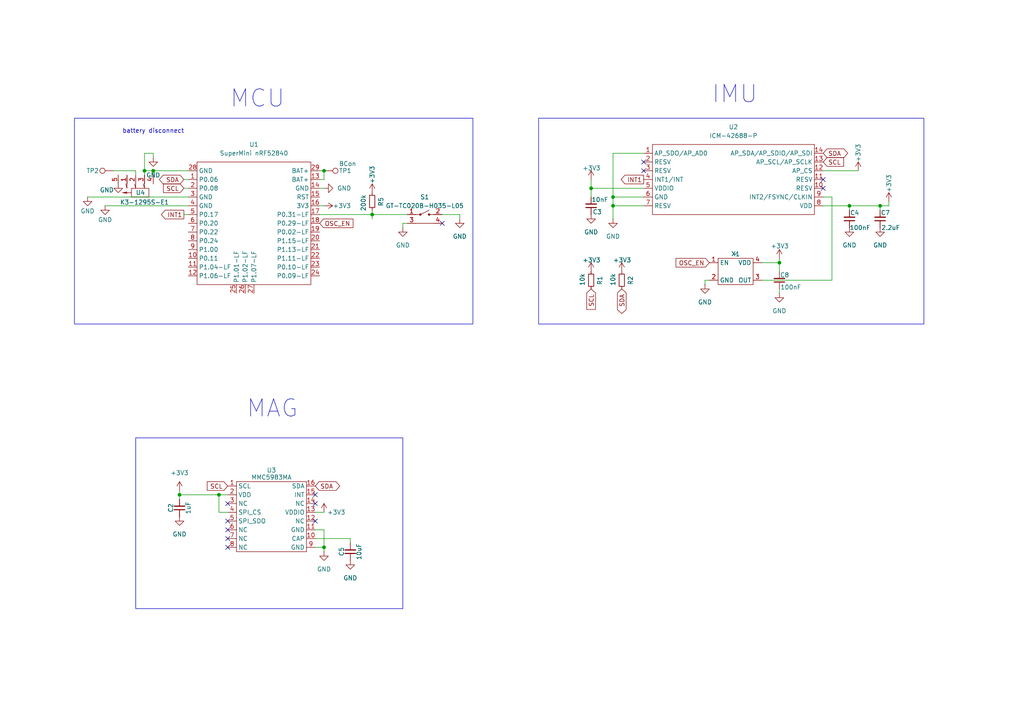
<source format=kicad_sch>
(kicad_sch (version 20231120) (generator "eeschema") (generator_version "8.0")
  (paper "A4")
  (title_block (title "Fuimini ICM") (company "Macroplastics"))
  (lib_symbols
    (symbol "Connector:TestPoint" (pin_numbers hide) (pin_names (offset 0.762) hide)
      (property "Reference" "TP" (at 0 6.858 0))
      (property "Value" "TestPoint" (at 0 5.08 0))
      (symbol "TestPoint_0_1"
        (circle (center 0 3.302) (radius 0.762))
      )
      (symbol "TestPoint_1_1"
        (pin passive line (at 0 0 90) (length 2.54) (name "1") (number "1"))
      )
    )
    (symbol "LSM6DSV Symbols:C_Small" (pin_numbers hide) (pin_names (offset 0.254) hide)
      (property "Reference" "C" (at 0.254 1.778 0))
      (property "Value" "C_Small" (at 0.254 -2.032 0))
      (symbol "C_Small_0_1"
        (polyline (pts (xy -1.524 -0.508) (xy 1.524 -0.508)) (stroke (width 0.3302)))
        (polyline (pts (xy -1.524 0.508) (xy 1.524 0.508)) (stroke (width 0.3048)))
      )
      (symbol "C_Small_1_1"
        (pin passive line (at 0 2.54 270) (length 2.032) (name "~") (number "1"))
        (pin passive line (at 0 -2.54 90) (length 2.032) (name "~") (number "2"))
      )
    )
    (symbol "LSM6DSV Symbols:R_Small" (pin_numbers hide) (pin_names (offset 0.254) hide)
      (property "Reference" "R" (at 0.762 0.508 0))
      (property "Value" "R_Small" (at 0.762 -1.016 0))
      (symbol "R_Small_0_1"
        (rectangle (start -0.762 1.778) (end 0.762 -1.778) (stroke (width 0.2032)))
      )
      (symbol "R_Small_1_1"
        (pin passive line (at 0 2.54 270) (length 0.762) (name "~") (number "1"))
        (pin passive line (at 0 -2.54 90) (length 0.762) (name "~") (number "2"))
      )
    )
    (symbol "button_custom:GT-TC020B-H035-L05"
      (property "Reference" "S" (at 0 0 0))
      (symbol "GT-TC020B-H035-L05_0_1"
        (polyline (pts (xy -2.54 -1.27) (xy 2.54 -1.27)))
        (polyline (pts (xy -2.54 1.27) (xy -2.54 1.27)))
        (polyline (pts (xy -2.54 1.27) (xy -1.27 1.27)))
        (polyline (pts (xy -1.27 1.27) (xy 1.27 2.54)))
        (polyline (pts (xy 2.54 1.27) (xy 1.27 1.27)))
      )
      (symbol "GT-TC020B-H035-L05_1_1"
        (circle (center -1.27 1.27) (radius 0.2563) (fill (type outline)))
        (circle (center 1.27 1.27) (radius 0.2563) (fill (type outline)))
        (pin bidirectional line (at -5.08 1.27 0) (length 2.54) (name "") (number "1"))
        (pin bidirectional line (at 5.08 1.27 180) (length 2.54) (name "") (number "2"))
        (pin passive line (at -5.08 -1.27 0) (length 2.54) (name "") (number "3"))
        (pin passive line (at 5.08 -1.27 180) (length 2.54) (name "") (number "4"))
      )
    )
    (symbol "button_custom:K3-1295S-E1"
      (property "Reference" "U" (at 0 9.398 0))
      (symbol "K3-1295S-E1_0_1"
        (rectangle (start -1.27 0) (end 3.81 -2.54))
        (polyline (pts (xy -3.81 -1.27) (xy -2.5189 -1.4948)))
        (polyline (pts (xy -2.54 1.27) (xy -2.54 0) (xy -2.8772 1.2812)))
        (polyline (pts (xy -1.27 -1.27) (xy -3.81 -1.27) (xy -2.5287 -1.0455)))
        (polyline (pts (xy 0 1.27) (xy 0 0) (xy -0.3481 1.2475)))
        (polyline (pts (xy 2.54 1.27) (xy 2.54 0) (xy 2.1809 1.2587)))
      )
      (symbol "K3-1295S-E1_1_1"
        (pin input line (at -2.54 3.81 270) (length 2.54) (name "") (number "1"))
        (pin input line (at 0 3.81 270) (length 2.54) (name "") (number "2"))
        (pin input line (at 2.54 3.81 270) (length 2.54) (name "") (number "3"))
        (pin input line (at 5.08 3.81 270) (length 2.54) (name "") (number "4"))
        (pin input line (at -5.08 3.81 270) (length 2.54) (name "") (number "5"))
      )
    )
    (symbol "imu_custom:ICM-42688-P"
      (property "Reference" "U" (at 0 1.016 0))
      (property "Value" "ICM-42688-P" (at 0 -1.016 0))
      (symbol "ICM-42688-P_0_1"
        (rectangle (start -22.86 10.16) (end 24.13 -10.16))
      )
      (symbol "ICM-42688-P_1_1"
        (pin input line (at -25.4 7.62 0) (length 2.54) (name "AP_SDO/AP_AD0") (number "1"))
        (pin input line (at 26.67 -2.54 180) (length 2.54) (name "RESV") (number "10"))
        (pin input line (at 26.67 0 180) (length 2.54) (name "RESV") (number "11"))
        (pin input line (at 26.67 2.54 180) (length 2.54) (name "AP_CS") (number "12"))
        (pin input line (at 26.67 5.08 180) (length 2.54) (name "AP_SCL/AP_SCLK") (number "13"))
        (pin input line (at 26.67 7.62 180) (length 2.54) (name "AP_SDA/AP_SDIO/AP_SDI") (number "14"))
        (pin input line (at -25.4 5.08 0) (length 2.54) (name "RESV") (number "2"))
        (pin input line (at -25.4 2.54 0) (length 2.54) (name "RESV") (number "3"))
        (pin input line (at -25.4 0 0) (length 2.54) (name "INT1/INT") (number "4"))
        (pin input line (at -25.4 -2.54 0) (length 2.54) (name "VDDIO") (number "5"))
        (pin input line (at -25.4 -5.08 0) (length 2.54) (name "GND") (number "6"))
        (pin input line (at -25.4 -7.62 0) (length 2.54) (name "RESV") (number "7"))
        (pin input line (at 26.67 -7.62 180) (length 2.54) (name "VDD") (number "8"))
        (pin input line (at 26.67 -5.08 180) (length 2.54) (name "INT2/FSYNC/CLKIN") (number "9"))
      )
    )
    (symbol "mag_custom:MMC5983MA"
      (property "Reference" "U" (at 0 12.954 0))
      (symbol "MMC5983MA_0_1"
        (rectangle (start -10.16 10.16) (end 10.16 -10.16))
      )
      (symbol "MMC5983MA_1_1"
        (pin input line (at -12.7 8.89 0) (length 2.54) (name "SCL") (number "1"))
        (pin input line (at 12.7 -6.35 180) (length 2.54) (name "CAP") (number "10"))
        (pin input line (at 12.7 -3.81 180) (length 2.54) (name "GND") (number "11"))
        (pin input line (at 12.7 -1.27 180) (length 2.54) (name "NC") (number "12"))
        (pin input line (at 12.7 1.27 180) (length 2.54) (name "VDDIO") (number "13"))
        (pin input line (at 12.7 3.81 180) (length 2.54) (name "NC") (number "14"))
        (pin input line (at 12.7 6.35 180) (length 2.54) (name "INT") (number "15"))
        (pin input line (at 12.7 8.89 180) (length 2.54) (name "SDA") (number "16"))
        (pin input line (at -12.7 6.35 0) (length 2.54) (name "VDD") (number "2"))
        (pin input line (at -12.7 3.81 0) (length 2.54) (name "NC") (number "3"))
        (pin input line (at -12.7 1.27 0) (length 2.54) (name "SPI_CS") (number "4"))
        (pin input line (at -12.7 -1.27 0) (length 2.54) (name "SPI_SDO") (number "5"))
        (pin input line (at -12.7 -3.81 0) (length 2.54) (name "NC") (number "6"))
        (pin input line (at -12.7 -6.35 0) (length 2.54) (name "NC") (number "7"))
        (pin input line (at -12.7 -8.89 0) (length 2.54) (name "NC") (number "8"))
        (pin input line (at 12.7 -8.89 180) (length 2.54) (name "GND") (number "9"))
      )
    )
    (symbol "marbastlib-promicroish:SuperMini_nRF52840" (in_bom no)
      (property "Reference" "U1" (at 0 24.13 0))
      (property "Value" "SuperMini nRF52840" (at 0 21.59 0))
      (symbol "SuperMini_nRF52840_0_0"
        (pin bidirectional line (at -19.05 13.97 0) (length 2.54) (name "P0.06") (number "1"))
        (pin bidirectional line (at -19.05 -8.89 0) (length 2.54) (name "P0.11") (number "10"))
        (pin bidirectional line (at -19.05 -11.43 0) (length 2.54) (name "P1.04-LF") (number "11"))
        (pin bidirectional line (at -19.05 -13.97 0) (length 2.54) (name "P1.06-LF") (number "12"))
        (pin power_out line (at 19.05 11.43 180) (length 2.54) (name "GND") (number "14"))
        (pin bidirectional line (at 19.05 8.89 180) (length 2.54) (name "RST") (number "15"))
        (pin bidirectional line (at 19.05 3.81 180) (length 2.54) (name "P0.31-LF") (number "17"))
        (pin bidirectional line (at 19.05 1.27 180) (length 2.54) (name "P0.29-LF") (number "18"))
        (pin bidirectional line (at 19.05 -1.27 180) (length 2.54) (name "P0.02-LF") (number "19"))
        (pin bidirectional line (at -19.05 11.43 0) (length 2.54) (name "P0.08") (number "2"))
        (pin bidirectional line (at 19.05 -3.81 180) (length 2.54) (name "P1.15-LF") (number "20"))
        (pin bidirectional line (at 19.05 -6.35 180) (length 2.54) (name "P1.13-LF") (number "21"))
        (pin bidirectional line (at 19.05 -8.89 180) (length 2.54) (name "P1.11-LF") (number "22"))
        (pin bidirectional line (at 19.05 -13.97 180) (length 2.54) (name "P0.09-LF") (number "24"))
        (pin power_out line (at -19.05 8.89 0) (length 2.54) (name "GND") (number "3"))
        (pin power_out line (at -19.05 6.35 0) (length 2.54) (name "GND") (number "4"))
        (pin bidirectional line (at -19.05 3.81 0) (length 2.54) (name "P0.17") (number "5"))
        (pin bidirectional line (at -19.05 1.27 0) (length 2.54) (name "P0.20") (number "6"))
        (pin bidirectional line (at -19.05 -1.27 0) (length 2.54) (name "P0.22") (number "7"))
        (pin bidirectional line (at -19.05 -3.81 0) (length 2.54) (name "P0.24") (number "8"))
        (pin bidirectional line (at -19.05 -6.35 0) (length 2.54) (name "P1.00") (number "9"))
      )
      (symbol "SuperMini_nRF52840_1_0"
        (pin power_out line (at 19.05 13.97 180) (length 2.54) (name "BAT+") (number "13"))
        (pin power_out line (at 19.05 6.35 180) (length 2.54) (name "3V3") (number "16"))
        (pin bidirectional line (at 19.05 -11.43 180) (length 2.54) (name "P0.10-LF") (number "23"))
        (pin bidirectional line (at -5.08 -19.05 90) (length 2.54) (name "P1.01-LF") (number "25"))
        (pin bidirectional line (at -2.54 -19.05 90) (length 2.54) (name "P1.02-LF") (number "26"))
        (pin bidirectional line (at 0 -19.05 90) (length 2.54) (name "P1.07-LF") (number "27"))
        (pin power_out line (at -19.05 16.51 0) (length 2.54) (name "GND") (number "28"))
        (pin power_out line (at 19.05 16.51 180) (length 2.54) (name "BAT+") (number "29"))
      )
      (symbol "SuperMini_nRF52840_1_1"
        (rectangle (start -16.51 19.05) (end 16.51 -16.51))
      )
    )
    (symbol "oscillator_custom:OK252032.768KJBA4SL"
      (property "Reference" "U" (at 0 5.08 0))
      (symbol "OK252032.768KJBA4SL_0_1"
        (rectangle (start -5.08 3.81) (end 5.08 -3.81))
      )
      (symbol "OK252032.768KJBA4SL_1_1"
        (pin input line (at -7.62 2.54 0) (length 2.54) (name "EN") (number "1"))
        (pin input line (at -7.62 -2.54 0) (length 2.54) (name "GND") (number "2"))
        (pin input line (at 7.62 -2.54 180) (length 2.54) (name "OUT") (number "3"))
        (pin input line (at 7.62 2.54 180) (length 2.54) (name "VDD") (number "4"))
      )
    )
    (symbol "power:+3V3" (power) (pin_names (offset 0))
      (property "Value" "+3V3" (at 0 3.556 0))
      (symbol "+3V3_0_1"
        (polyline (pts (xy -0.762 1.27) (xy 0 2.54)))
        (polyline (pts (xy 0 0) (xy 0 2.54)))
        (polyline (pts (xy 0 2.54) (xy 0.762 1.27)))
      )
      (symbol "+3V3_1_1"
        (pin power_in line (at 0 0 90) (length 0) hide (name "+3V3") (number "1"))
      )
    )
    (symbol "power:GND" (power) (pin_numbers hide) (pin_names (offset 0) hide)
      (property "Value" "GND" (at 0 -3.81 0))
      (symbol "GND_0_1"
        (polyline (pts (xy 0 0) (xy 0 -1.27) (xy 1.27 -1.27) (xy 0 -2.54) (xy -1.27 -1.27) (xy 0 -1.27)))
      )
      (symbol "GND_1_1"
        (pin power_in line (at 0 0 270) (length 0) (name "~") (number "1"))
      )
    )
  )
  (junction (at 171.45 54.61))
  (junction (at 255.27 59.69))
  (junction (at 177.8 57.15))
  (junction (at 107.95 62.23))
  (junction (at 177.8 59.69))
  (junction (at 93.98 49.53))
  (junction (at 63.5 143.51))
  (junction (at 246.38 59.69))
  (junction (at 93.98 158.75))
  (junction (at 52.07 143.51))
  (junction (at 44.45 49.53))
  (junction (at 41.91 49.53))
  (junction (at 226.06 76.2))
  (no_connect (at 66.04 153.67))
  (no_connect (at 91.44 151.13))
  (no_connect (at 66.04 156.21))
  (no_connect (at 91.44 146.05))
  (no_connect (at 66.04 151.13))
  (no_connect (at 66.04 146.05))
  (no_connect (at 238.76 54.61))
  (no_connect (at 91.44 143.51))
  (no_connect (at 66.04 158.75))
  (no_connect (at 186.69 46.99))
  (no_connect (at 238.76 52.07))
  (no_connect (at 128.27 64.77))
  (no_connect (at 186.69 49.53))
  (wire (pts (xy 44.45 44.45) (xy 44.45 45.72)))
  (wire (pts (xy 107.95 63.5) (xy 107.95 62.23)))
  (wire (pts (xy 257.81 58.42) (xy 257.81 59.69)))
  (wire (pts (xy 116.84 64.77) (xy 116.84 66.04)))
  (wire (pts (xy 241.3 57.15) (xy 241.3 81.28)))
  (wire (pts (xy 93.98 49.53) (xy 92.71 49.53)))
  (wire (pts (xy 63.5 148.59) (xy 66.04 148.59)))
  (wire (pts (xy 177.8 59.69) (xy 177.8 63.5)))
  (wire (pts (xy 91.44 148.59) (xy 93.98 148.59)))
  (wire (pts (xy 133.35 62.23) (xy 133.35 63.5)))
  (wire (pts (xy 204.47 81.28) (xy 204.47 82.55)))
  (wire (pts (xy 41.91 49.53) (xy 41.91 50.8)))
  (wire (pts (xy 116.84 64.77) (xy 118.11 64.77)))
  (wire (pts (xy 25.4 57.15) (xy 54.61 57.15)))
  (wire (pts (xy 34.29 53.34) (xy 34.29 50.8)))
  (wire (pts (xy 101.6 156.21) (xy 101.6 157.48)))
  (wire (pts (xy 41.91 49.53) (xy 44.45 49.53)))
  (wire (pts (xy 107.95 62.23) (xy 118.11 62.23)))
  (wire (pts (xy 52.07 144.78) (xy 52.07 143.51)))
  (wire (pts (xy 93.98 158.75) (xy 93.98 160.02)))
  (wire (pts (xy 255.27 60.96) (xy 255.27 59.69)))
  (wire (pts (xy 63.5 143.51) (xy 63.5 148.59)))
  (wire (pts (xy 107.95 62.23) (xy 107.95 60.96)))
  (wire (pts (xy 53.34 62.23) (xy 54.61 62.23)))
  (wire (pts (xy 220.98 76.2) (xy 226.06 76.2)))
  (wire (pts (xy 171.45 57.15) (xy 171.45 54.61)))
  (wire (pts (xy 204.47 81.28) (xy 205.74 81.28)))
  (wire (pts (xy 226.06 74.93) (xy 226.06 76.2)))
  (wire (pts (xy 53.34 54.61) (xy 54.61 54.61)))
  (wire (pts (xy 171.45 52.07) (xy 171.45 54.61)))
  (wire (pts (xy 226.06 83.82) (xy 226.06 85.09)))
  (wire (pts (xy 238.76 49.53) (xy 248.92 49.53)))
  (wire (pts (xy 41.91 44.45) (xy 41.91 49.53)))
  (wire (pts (xy 177.8 44.45) (xy 177.8 57.15)))
  (wire (pts (xy 53.34 52.07) (xy 54.61 52.07)))
  (wire (pts (xy 91.44 153.67) (xy 93.98 153.67)))
  (wire (pts (xy 93.98 153.67) (xy 93.98 158.75)))
  (wire (pts (xy 171.45 54.61) (xy 186.69 54.61)))
  (wire (pts (xy 226.06 76.2) (xy 226.06 78.74)))
  (wire (pts (xy 246.38 59.69) (xy 255.27 59.69)))
  (wire (pts (xy 255.27 59.69) (xy 257.81 59.69)))
  (wire (pts (xy 93.98 49.53) (xy 93.98 52.07)))
  (wire (pts (xy 246.38 60.96) (xy 246.38 59.69)))
  (wire (pts (xy 52.07 142.24) (xy 52.07 143.51)))
  (wire (pts (xy 52.07 143.51) (xy 63.5 143.51)))
  (wire (pts (xy 39.37 49.53) (xy 39.37 50.8)))
  (wire (pts (xy 91.44 156.21) (xy 101.6 156.21)))
  (wire (pts (xy 93.98 59.69) (xy 92.71 59.69)))
  (wire (pts (xy 92.71 52.07) (xy 93.98 52.07)))
  (wire (pts (xy 128.27 62.23) (xy 133.35 62.23)))
  (wire (pts (xy 63.5 143.51) (xy 66.04 143.51)))
  (wire (pts (xy 44.45 49.53) (xy 54.61 49.53)))
  (wire (pts (xy 33.02 49.53) (xy 39.37 49.53)))
  (wire (pts (xy 41.91 44.45) (xy 44.45 44.45)))
  (wire (pts (xy 44.45 49.53) (xy 44.45 50.8)))
  (wire (pts (xy 220.98 81.28) (xy 241.3 81.28)))
  (wire (pts (xy 238.76 57.15) (xy 241.3 57.15)))
  (wire (pts (xy 177.8 44.45) (xy 186.69 44.45)))
  (wire (pts (xy 30.48 59.69) (xy 54.61 59.69)))
  (wire (pts (xy 92.71 62.23) (xy 107.95 62.23)))
  (wire (pts (xy 177.8 59.69) (xy 186.69 59.69)))
  (wire (pts (xy 177.8 57.15) (xy 177.8 59.69)))
  (wire (pts (xy 177.8 57.15) (xy 186.69 57.15)))
  (wire (pts (xy 91.44 158.75) (xy 93.98 158.75)))
  (wire (pts (xy 93.98 54.61) (xy 92.71 54.61)))
  (wire (pts (xy 238.76 59.69) (xy 246.38 59.69)))
  (rectangle (start 39.37 127) (end 116.84 176.53))
  (rectangle (start 21.59 34.29) (end 137.16 93.98))
  (rectangle (start 156.21 34.29) (end 267.97 93.98))
  (text "MCU" (at 74.676 28.702 0) (effects (font (size 5 5))))
  (text "MAG\n" (at 78.994 118.618 0) (effects (font (size 5 5))))
  (text "battery disconnect" (at 44.45 38.1 0) (effects (font (size 1.27 1.27))))
  (text "IMU" (at 213.106 27.432 0) (effects (font (size 5 5))))
  (global_label "OSC_EN" (shape input) (at 205.74 76.2 180) (property "Intersheetrefs" "${INTERSHEET_REFS}" (effects (hide yes))))
  (global_label "SDA" (shape bidirectional) (at 180.34 83.82 270) (property "Intersheetrefs" "${INTERSHEET_REFS}" (effects (hide yes))))
  (global_label "SDA" (shape bidirectional) (at 53.34 52.07 180) (property "Intersheetrefs" "${INTERSHEET_REFS}" (effects (hide yes))))
  (global_label "SDA" (shape bidirectional) (at 91.44 140.97 0) (property "Intersheetrefs" "${INTERSHEET_REFS}" (effects (hide yes))))
  (global_label "OSC_EN" (shape input) (at 92.71 64.77 0) (property "Intersheetrefs" "${INTERSHEET_REFS}" (effects (hide yes))))
  (global_label "INT1" (shape output) (at 53.34 62.23 180) (property "Intersheetrefs" "${INTERSHEET_REFS}" (effects (hide yes))))
  (global_label "SCL" (shape input) (at 171.45 83.82 270) (property "Intersheetrefs" "${INTERSHEET_REFS}" (effects (hide yes))))
  (global_label "SCL" (shape input) (at 53.34 54.61 180) (property "Intersheetrefs" "${INTERSHEET_REFS}" (effects (hide yes))))
  (global_label "SDA" (shape bidirectional) (at 238.76 44.45 0) (property "Intersheetrefs" "${INTERSHEET_REFS}" (effects (hide yes))))
  (global_label "SCL" (shape input) (at 238.76 46.99 0) (property "Intersheetrefs" "${INTERSHEET_REFS}" (effects (hide yes))))
  (global_label "SCL" (shape input) (at 66.04 140.97 180) (property "Intersheetrefs" "${INTERSHEET_REFS}" (effects (hide yes))))
  (global_label "INT1" (shape output) (at 186.69 52.07 180) (property "Intersheetrefs" "${INTERSHEET_REFS}" (effects (hide yes))))
  (symbol (lib_id "power:GND") (at 30.48 59.69 0) (unit 1)
    (property "Reference" "#PWR011" (effects (hide yes)))
    (property "Value" "GND" (at 30.48 63.754 0))
    (property "Description" "Power symbol creates a global label with name \"GND\" , ground" (effects (hide yes)))
  )
  (symbol (lib_id "power:GND") (at 44.45 45.72 0) (unit 1)
    (property "Reference" "#PWR05" (effects (hide yes)))
    (property "Value" "GND" (at 44.45 50.8 0))
    (property "Description" "Power symbol creates a global label with name \"GND\" , ground" (effects (hide yes)))
  )
  (symbol (lib_id "power:+3V3") (at 171.45 52.07 0) (unit 1)
    (property "Reference" "#PWR03" (effects (hide yes)))
    (property "Value" "+3V3" (at 168.91 48.768 0) (effects (justify left)))
  )
  (symbol (lib_id "power:+3V3") (at 107.95 55.88 0) (unit 1)
    (property "Reference" "#PWR016" (effects (hide yes)))
    (property "Value" "+3V3" (at 107.95 53.34 90) (effects (justify left)))
  )
  (symbol (lib_id "oscillator_custom:OK252032.768KJBA4SL") (at 213.36 78.74 0) (unit 1)
    (property "Reference" "X1" (at 213.36 73.66 0))
    (property "Value" "~" (at 213.36 73.66 0))
    (property "Footprint" "oscillator_custom:OK252032.768KJBA4SL" (effects (hide yes)))
  )
  (symbol (lib_id "power:+3V3") (at 93.98 148.59 0) (unit 1)
    (property "Reference" "#PWR024" (effects (hide yes)))
    (property "Value" "+3V3" (at 97.536 148.59 0))
  )
  (symbol (lib_id "LSM6DSV Symbols:C_Small") (at 246.38 63.5 180) (unit 1)
    (property "Reference" "C4" (at 247.904 61.722 0))
    (property "Value" "100nF" (at 249.428 66.04 0))
    (property "Footprint" "Capacitor_SMD:C_0402_1005Metric" (effects (hide yes)))
    (property "MPN" "C14663" (effects (hide yes)))
  )
  (symbol (lib_id "power:+3V3") (at 257.81 58.42 0) (unit 1)
    (property "Reference" "#PWR014" (effects (hide yes)))
    (property "Value" "+3V3" (at 257.81 55.88 90) (effects (justify left)))
  )
  (symbol (lib_id "mag_custom:MMC5983MA") (at 78.74 149.86 0) (unit 1)
    (property "Reference" "U3" (at 78.74 136.398 0))
    (property "Value" "MMC5983MA" (at 78.74 138.43 0))
    (property "Footprint" "mag_custom:MMC5983MA" (effects (hide yes)))
  )
  (symbol (lib_id "power:GND") (at 34.29 53.34 0) (unit 1)
    (property "Reference" "#PWR025" (effects (hide yes)))
    (property "Value" "GND" (at 30.988 55.118 0))
    (property "Description" "Power symbol creates a global label with name \"GND\" , ground" (effects (hide yes)))
  )
  (symbol (lib_id "marbastlib-promicroish:SuperMini_nRF52840") (at 73.66 66.04 0) (unit 1) (in_bom no)
    (property "Reference" "U1" (at 73.66 41.91 0))
    (property "Value" "SuperMini nRF52840" (at 73.66 44.45 0))
    (property "Footprint" "mcu_custom:SuperMini_nRF52840_AH_USBdn" (effects (hide yes)))
    (property "Datasheet" "https://wiki.icbbuy.com/doku.php?id=developmentboard:nrf52840" (effects (hide yes)))
    (property "Description" "Symbol for an nicekeyboards nice!nano" (effects (hide yes)))
  )
  (symbol (lib_id "LSM6DSV Symbols:C_Small") (at 226.06 81.28 180) (unit 1)
    (property "Reference" "C8" (at 227.584 79.756 0))
    (property "Value" "100nF" (at 229.362 83.312 0))
    (property "Footprint" "Capacitor_SMD:C_0402_1005Metric" (effects (hide yes)))
    (property "MPN" "C14663" (effects (hide yes)))
  )
  (symbol (lib_id "power:GND") (at 177.8 63.5 0) (unit 1)
    (property "Reference" "#PWR02" (effects (hide yes)))
    (property "Value" "GND" (at 177.8 68.58 0))
    (property "Description" "Power symbol creates a global label with name \"GND\" , ground" (effects (hide yes)))
  )
  (symbol (lib_id "LSM6DSV Symbols:R_Small") (at 180.34 81.28 180) (unit 1)
    (property "Reference" "R2" (at 182.88 80.01 90) (effects (justify left)))
    (property "Value" "10k" (at 177.8 79.248 90) (effects (justify left)))
    (property "Footprint" "Resistor_SMD:R_0402_1005Metric" (effects (hide yes)))
    (property "MPN" "C23162" (effects (hide yes)))
  )
  (symbol (lib_id "Connector:TestPoint") (at 33.02 49.53 90) (unit 1)
    (property "Reference" "TP2" (at 28.702 49.53 90) (effects (justify left)))
    (property "Value" "BCon" (effects (hide yes)))
    (property "Footprint" "justPads_custom:2_4-1.5_3.5_1" (effects (hide yes)))
    (property "Description" "test point" (effects (hide yes)))
  )
  (symbol (lib_id "LSM6DSV Symbols:C_Small") (at 171.45 59.69 180) (unit 1)
    (property "Reference" "C3" (at 173.228 61.468 0))
    (property "Value" "10nF" (at 173.99 57.912 0))
    (property "Footprint" "Capacitor_SMD:C_0402_1005Metric" (effects (hide yes)))
    (property "MPN" "C14663" (effects (hide yes)))
  )
  (symbol (lib_id "power:+3V3") (at 180.34 78.74 0) (unit 1)
    (property "Reference" "#PWR023" (effects (hide yes)))
    (property "Value" "+3V3" (at 177.8 75.438 0) (effects (justify left)))
  )
  (symbol (lib_id "power:GND") (at 133.35 63.5 0) (unit 1)
    (property "Reference" "#PWR01" (effects (hide yes)))
    (property "Value" "GND" (at 133.35 68.58 0))
    (property "Description" "Power symbol creates a global label with name \"GND\" , ground" (effects (hide yes)))
  )
  (symbol (lib_id "power:+3V3") (at 52.07 142.24 0) (unit 1)
    (property "Reference" "#PWR019" (effects (hide yes)))
    (property "Value" "+3V3" (at 52.07 137.16 0))
  )
  (symbol (lib_id "power:GND") (at 52.07 149.86 0) (unit 1)
    (property "Reference" "#PWR018" (effects (hide yes)))
    (property "Value" "GND" (at 52.07 154.94 0))
  )
  (symbol (lib_id "button_custom:GT-TC020B-H035-L05") (at 123.19 63.5 0) (unit 1)
    (property "Reference" "S1" (at 123.19 57.15 0))
    (property "Value" "GT-TC020B-H035-L05" (at 123.19 59.69 0))
    (property "Footprint" "buttons_custom:GT-TC020B-H035-L05" (effects (hide yes)))
  )
  (symbol (lib_id "LSM6DSV Symbols:C_Small") (at 101.6 160.02 180) (unit 1)
    (property "Reference" "C5" (at 99.06 160.02 90))
    (property "Value" "10uF" (at 104.14 160.02 90))
    (property "Footprint" "Capacitor_SMD:C_0402_1005Metric" (effects (hide yes)))
    (property "MPN" "C14663" (effects (hide yes)))
  )
  (symbol (lib_id "power:GND") (at 204.47 82.55 0) (unit 1)
    (property "Reference" "#PWR015" (effects (hide yes)))
    (property "Value" "GND" (at 204.47 87.63 0))
    (property "Description" "Power symbol creates a global label with name \"GND\" , ground" (effects (hide yes)))
  )
  (symbol (lib_id "power:GND") (at 93.98 160.02 0) (unit 1)
    (property "Reference" "#PWR022" (effects (hide yes)))
    (property "Value" "GND" (at 93.98 165.1 0))
  )
  (symbol (lib_id "power:+3V3") (at 171.45 78.74 0) (unit 1)
    (property "Reference" "#PWR020" (effects (hide yes)))
    (property "Value" "+3V3" (at 168.91 75.438 0) (effects (justify left)))
  )
  (symbol (lib_id "LSM6DSV Symbols:R_Small") (at 171.45 81.28 180) (unit 1)
    (property "Reference" "R1" (at 173.99 80.01 90) (effects (justify left)))
    (property "Value" "10k" (at 168.91 79.248 90) (effects (justify left)))
    (property "Footprint" "Resistor_SMD:R_0402_1005Metric" (effects (hide yes)))
    (property "MPN" "C23162" (effects (hide yes)))
  )
  (symbol (lib_id "power:GND") (at 246.38 66.04 0) (unit 1)
    (property "Reference" "#PWR08" (effects (hide yes)))
    (property "Value" "GND" (at 246.38 71.12 0))
    (property "Description" "Power symbol creates a global label with name \"GND\" , ground" (effects (hide yes)))
  )
  (symbol (lib_id "power:GND") (at 25.4 57.15 0) (unit 1)
    (property "Reference" "#PWR012" (effects (hide yes)))
    (property "Value" "GND" (at 25.4 61.214 0))
    (property "Description" "Power symbol creates a global label with name \"GND\" , ground" (effects (hide yes)))
  )
  (symbol (lib_id "imu_custom:ICM-42688-P") (at 212.09 52.07 0) (unit 1)
    (property "Reference" "U2" (at 212.725 36.83 0))
    (property "Value" "ICM-42688-P" (at 212.725 39.37 0))
    (property "Footprint" "imu_custom:ICM-42688-P" (effects (hide yes)))
  )
  (symbol (lib_id "power:GND") (at 255.27 66.04 0) (unit 1)
    (property "Reference" "#PWR013" (effects (hide yes)))
    (property "Value" "GND" (at 255.27 71.12 0))
    (property "Description" "Power symbol creates a global label with name \"GND\" , ground" (effects (hide yes)))
  )
  (symbol (lib_id "power:GND") (at 101.6 162.56 0) (unit 1)
    (property "Reference" "#PWR021" (effects (hide yes)))
    (property "Value" "GND" (at 101.6 167.64 0))
  )
  (symbol (lib_id "button_custom:K3-1295S-E1") (at 39.37 54.61 0) (unit 1)
    (property "Reference" "U4" (at 39.37 55.88 0) (effects (justify left)))
    (property "Value" "K3-1295S-E1" (at 34.798 58.674 0) (effects (justify left)))
    (property "Footprint" "buttons_custom:K3-1295S-E1" (effects (hide yes)))
  )
  (symbol (lib_id "power:GND") (at 171.45 62.23 0) (unit 1)
    (property "Reference" "#PWR04" (effects (hide yes)))
    (property "Value" "GND" (at 171.45 67.31 0))
    (property "Description" "Power symbol creates a global label with name \"GND\" , ground" (effects (hide yes)))
  )
  (symbol (lib_id "power:GND") (at 226.06 85.09 0) (unit 1)
    (property "Reference" "#PWR028" (effects (hide yes)))
    (property "Value" "GND" (at 226.06 90.17 0))
    (property "Description" "Power symbol creates a global label with name \"GND\" , ground" (effects (hide yes)))
  )
  (symbol (lib_id "power:GND") (at 116.84 66.04 0) (unit 1)
    (property "Reference" "#PWR07" (effects (hide yes)))
    (property "Value" "GND" (at 116.84 71.12 0))
    (property "Description" "Power symbol creates a global label with name \"GND\" , ground" (effects (hide yes)))
  )
  (symbol (lib_id "LSM6DSV Symbols:R_Small") (at 107.95 58.42 180) (unit 1)
    (property "Reference" "R5" (at 110.49 57.15 90) (effects (justify left)))
    (property "Value" "200k" (at 105.41 56.388 90) (effects (justify left)))
    (property "Footprint" "Resistor_SMD:R_0402_1005Metric" (effects (hide yes)))
    (property "MPN" "C23162" (effects (hide yes)))
  )
  (symbol (lib_id "power:+3V3") (at 93.98 59.69 270) (unit 1)
    (property "Reference" "#PWR09" (effects (hide yes)))
    (property "Value" "+3V3" (at 96.52 59.69 90) (effects (justify left)))
  )
  (symbol (lib_id "power:+3V3") (at 248.92 49.53 0) (unit 1)
    (property "Reference" "#PWR06" (effects (hide yes)))
    (property "Value" "+3V3" (at 248.92 46.99 90) (effects (justify left)))
  )
  (symbol (lib_id "Connector:TestPoint") (at 93.98 49.53 270) (unit 1)
    (property "Reference" "TP1" (at 98.298 49.53 90) (effects (justify left)))
    (property "Value" "BCon" (at 98.298 47.498 90) (effects (justify left)))
    (property "Footprint" "justPads_custom:2_4-1.5_3.5_1" (effects (hide yes)))
    (property "Description" "test point" (effects (hide yes)))
  )
  (symbol (lib_id "LSM6DSV Symbols:C_Small") (at 255.27 63.5 180) (unit 1)
    (property "Reference" "C7" (at 256.794 61.722 0))
    (property "Value" "2.2uF" (at 258.318 66.04 0))
    (property "Footprint" "Capacitor_SMD:C_0402_1005Metric" (effects (hide yes)))
    (property "MPN" "C14663" (effects (hide yes)))
  )
  (symbol (lib_id "power:+3V3") (at 226.06 74.93 0) (unit 1)
    (property "Reference" "#PWR027" (effects (hide yes)))
    (property "Value" "+3V3" (at 223.52 71.374 0) (effects (justify left)))
  )
  (symbol (lib_id "power:GND") (at 93.98 54.61 90) (unit 1)
    (property "Reference" "#PWR010" (effects (hide yes)))
    (property "Value" "GND" (at 97.79 54.6099 90) (effects (justify right)))
    (property "Description" "Power symbol creates a global label with name \"GND\" , ground" (effects (hide yes)))
  )
  (symbol (lib_id "LSM6DSV Symbols:C_Small") (at 52.07 147.32 180) (unit 1)
    (property "Reference" "C2" (at 49.53 147.32 90))
    (property "Value" "1uF" (at 54.61 147.32 90))
    (property "Footprint" "Capacitor_SMD:C_0402_1005Metric" (effects (hide yes)))
    (property "MPN" "C14663" (effects (hide yes)))
  )
)
</source>
